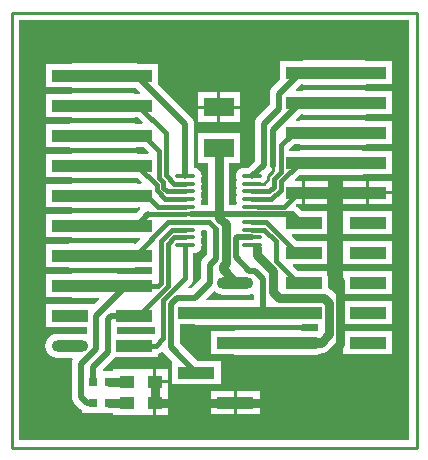
<source format=gtl>
G04 Layer_Physical_Order=1*
G04 Layer_Color=255*
%FSLAX25Y25*%
%MOIN*%
G70*
G01*
G75*
%ADD10R,0.03000X0.03000*%
%ADD11R,0.04921X0.04331*%
%ADD12R,0.12205X0.03937*%
%ADD13O,0.12205X0.03937*%
%ADD14O,0.07087X0.01378*%
%ADD15R,0.10000X0.06000*%
%ADD16C,0.02000*%
%ADD17C,0.01500*%
%ADD18C,0.01000*%
%ADD19C,0.03000*%
%ADD20C,0.04000*%
G36*
X2549Y2549D02*
X132451D01*
Y142451D01*
X2549D01*
Y2549D01*
D02*
G37*
%LPC*%
G36*
X110528Y38969D02*
X126732D01*
Y31032D01*
X110528D01*
Y38969D01*
D02*
G37*
G36*
X48126Y26165D02*
X52087D01*
Y22500D01*
X48126D01*
Y26165D01*
D02*
G37*
G36*
X110528Y48968D02*
X126732D01*
Y41032D01*
X110528D01*
Y48968D01*
D02*
G37*
G36*
Y68968D02*
X126732D01*
Y61032D01*
X110528D01*
Y68968D01*
D02*
G37*
G36*
Y58969D02*
X126732D01*
Y51032D01*
X110528D01*
Y58969D01*
D02*
G37*
G36*
X75000Y14500D02*
X82602D01*
Y11032D01*
X75000D01*
Y14500D01*
D02*
G37*
G36*
X48126D02*
X52087D01*
Y10835D01*
X48126D01*
Y14500D01*
D02*
G37*
G36*
X66398D02*
X74000D01*
Y11032D01*
X66398D01*
Y14500D01*
D02*
G37*
G36*
Y18969D02*
X74000D01*
Y15500D01*
X66398D01*
Y18969D01*
D02*
G37*
G36*
X75000D02*
X82602D01*
Y15500D01*
X75000D01*
Y18969D01*
D02*
G37*
G36*
X110528Y78969D02*
X126732D01*
Y71031D01*
X110528D01*
Y78969D01*
D02*
G37*
G36*
X69500Y113000D02*
X76000D01*
Y108500D01*
X69500D01*
Y113000D01*
D02*
G37*
G36*
X97870Y88968D02*
X105472D01*
Y85500D01*
X97870D01*
Y88968D01*
D02*
G37*
G36*
X110528D02*
X118130D01*
Y85500D01*
X110528D01*
Y88968D01*
D02*
G37*
G36*
X62000Y113000D02*
X68500D01*
Y108500D01*
X62000D01*
Y113000D01*
D02*
G37*
G36*
X97370Y129034D02*
X117630D01*
X118131Y128969D01*
X126732D01*
Y121031D01*
X118131D01*
X117630Y120966D01*
X97370D01*
X96869Y121031D01*
X96311D01*
X94710Y119430D01*
X94901Y118968D01*
X96869D01*
X97370Y119035D01*
X117630D01*
X118131Y118968D01*
X126732D01*
Y111031D01*
X118131D01*
X117630Y110966D01*
X97370D01*
X96869Y111031D01*
X96311D01*
X94710Y109430D01*
X94901Y108968D01*
X95869D01*
X96370Y109035D01*
X117630D01*
X118131Y108968D01*
X126732D01*
Y101031D01*
X118131D01*
X117630Y100965D01*
X96370D01*
X95869Y101031D01*
X93954D01*
X92491Y99569D01*
Y98968D01*
X95869D01*
X96370Y99035D01*
X116630D01*
X117131Y98968D01*
X126732D01*
Y91031D01*
X117131D01*
X116630Y90965D01*
X96370D01*
X95944Y91022D01*
X94353Y89430D01*
X94544Y88968D01*
X96870D01*
Y85000D01*
Y81032D01*
X94802D01*
X94703Y80532D01*
X95162Y80341D01*
X95789Y79860D01*
X96270Y79233D01*
X96380Y78969D01*
X105472D01*
Y71031D01*
X93544D01*
X93353Y70570D01*
X94954Y68968D01*
X105472D01*
Y61032D01*
X93858D01*
X93666Y60570D01*
X95267Y58969D01*
X105472D01*
Y53179D01*
X105765Y53057D01*
X106496Y52496D01*
X108269Y50724D01*
X108830Y49993D01*
X109182Y49141D01*
X109303Y48228D01*
Y37772D01*
X109182Y36859D01*
X108830Y36007D01*
X108269Y35276D01*
X105496Y32504D01*
X104765Y31943D01*
X103914Y31590D01*
X103510Y31537D01*
X103505Y31534D01*
X102540Y31134D01*
X101504Y30997D01*
X96611D01*
X96370Y30966D01*
X74500D01*
X73998Y31032D01*
X66398D01*
Y38969D01*
X73998D01*
X74500Y39035D01*
X96370D01*
X96611Y39003D01*
X101504D01*
X101858Y38956D01*
X102242Y39309D01*
Y41032D01*
X96872D01*
X96370Y40966D01*
X61500D01*
X60998Y41032D01*
X56026D01*
Y34753D01*
X61811Y28969D01*
X69602D01*
Y21032D01*
X53398D01*
Y28823D01*
X50860Y31360D01*
X50860Y31360D01*
X50482Y31853D01*
X50146Y31973D01*
X49852Y31955D01*
X49387Y31598D01*
X48732Y31327D01*
Y30031D01*
X34271D01*
X34140Y29860D01*
X30279Y26000D01*
X30486Y25500D01*
X32271D01*
X32500Y25530D01*
X33913D01*
Y26165D01*
X42665D01*
X43165Y26165D01*
X43335Y26165D01*
X47126D01*
Y22000D01*
X47626D01*
Y21500D01*
X52087D01*
Y17835D01*
Y15500D01*
X47626D01*
Y15000D01*
X47126D01*
Y10835D01*
X43335D01*
X42835Y10835D01*
X42665Y10835D01*
X33913D01*
Y11470D01*
X32500D01*
X32271Y11500D01*
X23500D01*
Y12374D01*
X23487Y12380D01*
X22860Y12860D01*
X20860Y14860D01*
X20380Y15487D01*
X20077Y16217D01*
X19974Y17000D01*
X19974Y17000D01*
Y28000D01*
X19974Y28000D01*
X20077Y28783D01*
X20380Y29513D01*
X20407Y29549D01*
X20186Y29997D01*
X15236D01*
X14200Y30134D01*
X13235Y30533D01*
X12406Y31170D01*
X11770Y31999D01*
X11370Y32964D01*
X11233Y34000D01*
X11370Y35036D01*
X11770Y36001D01*
X12406Y36830D01*
X13235Y37466D01*
X14200Y37866D01*
X15236Y38003D01*
X23504D01*
X24474Y37875D01*
X24678Y37938D01*
X24974Y38137D01*
Y40031D01*
X11268D01*
Y47969D01*
X27472D01*
X27472Y47969D01*
Y47969D01*
X27891Y48170D01*
X29224Y49503D01*
X29033Y49966D01*
X20370D01*
X19869Y50032D01*
X11268D01*
Y57968D01*
X19869D01*
X20370Y58034D01*
X35000D01*
X35502Y57968D01*
X46926D01*
Y60031D01*
X41131D01*
X40630Y59965D01*
X19370D01*
X18869Y60031D01*
X11268D01*
Y67968D01*
X18869D01*
X19370Y68034D01*
X40630D01*
X41056Y67978D01*
X42647Y69570D01*
X42456Y70031D01*
X42131D01*
X41630Y69965D01*
X20370D01*
X19869Y70031D01*
X11268D01*
Y77969D01*
X19869D01*
X20370Y78035D01*
X41385D01*
X42882Y79532D01*
X42675Y80032D01*
X42131D01*
X41630Y79966D01*
X20370D01*
X19869Y80032D01*
X11268D01*
Y87968D01*
X19869D01*
X20370Y88034D01*
X41630D01*
X42131Y87968D01*
X43086D01*
X43277Y88430D01*
X41729Y89978D01*
X41630Y89965D01*
X20370D01*
X19869Y90031D01*
X11268D01*
Y97969D01*
X19869D01*
X20370Y98035D01*
X41630D01*
X42131Y97969D01*
X45456D01*
X45647Y98430D01*
X44046Y100031D01*
X41501D01*
X41000Y99966D01*
X19740D01*
X19239Y100031D01*
X11268D01*
Y107968D01*
X19239D01*
X19740Y108035D01*
X41000D01*
X41502Y107968D01*
X43456D01*
X43647Y108430D01*
X42046Y110031D01*
X41131D01*
X40630Y109966D01*
X20370D01*
X19869Y110031D01*
X11268D01*
Y117968D01*
X19869D01*
X20370Y118035D01*
X40630D01*
X41131Y117968D01*
X42729D01*
X42920Y118430D01*
X41385Y119966D01*
X20370D01*
X19869Y120031D01*
X11268D01*
Y127969D01*
X19869D01*
X20370Y128034D01*
X41630D01*
X42131Y127969D01*
X48732D01*
Y121177D01*
X59919Y109990D01*
X60400Y109363D01*
X60702Y108633D01*
X60805Y107850D01*
Y93205D01*
X61336Y93135D01*
X61990Y92865D01*
X62552Y92434D01*
X62983Y91872D01*
X63254Y91218D01*
X63346Y90516D01*
X63254Y89814D01*
X63014Y89236D01*
X63254Y88659D01*
X63346Y87957D01*
X63254Y87255D01*
X63014Y86677D01*
X63254Y86100D01*
X63346Y85398D01*
X63254Y84696D01*
X63014Y84118D01*
X63254Y83540D01*
X63346Y82839D01*
X63254Y82137D01*
X63014Y81559D01*
X63254Y80981D01*
X63285Y80746D01*
X65470D01*
Y95000D01*
X62000D01*
Y105000D01*
X76000D01*
Y95000D01*
X72530D01*
Y80746D01*
X74715D01*
X74746Y80981D01*
X74986Y81559D01*
X74746Y82137D01*
X74654Y82839D01*
X74746Y83540D01*
X74986Y84118D01*
X74746Y84696D01*
X74654Y85398D01*
X74746Y86100D01*
X74986Y86677D01*
X74746Y87255D01*
X74654Y87957D01*
X74746Y88659D01*
X74986Y89236D01*
X74746Y89814D01*
X74654Y90516D01*
X74746Y91218D01*
X75017Y91872D01*
X75448Y92434D01*
X76010Y92865D01*
X76664Y93135D01*
X77366Y93228D01*
X78653D01*
X80974Y95549D01*
Y108000D01*
X80974Y108000D01*
X81077Y108783D01*
X81379Y109513D01*
X81860Y110140D01*
X85974Y114253D01*
Y118000D01*
X86077Y118783D01*
X86379Y119513D01*
X86860Y120140D01*
X89268Y122547D01*
Y128969D01*
X96869D01*
X97370Y129034D01*
D02*
G37*
G36*
X62000Y118500D02*
X68500D01*
Y114000D01*
X62000D01*
Y118500D01*
D02*
G37*
G36*
X69500D02*
X76000D01*
Y114000D01*
X69500D01*
Y118500D01*
D02*
G37*
G36*
X97870Y84500D02*
X105472D01*
Y81032D01*
X97870D01*
Y84500D01*
D02*
G37*
G36*
X110528D02*
X118130D01*
Y81032D01*
X110528D01*
Y84500D01*
D02*
G37*
G36*
X119130Y88968D02*
X126732D01*
Y85500D01*
X119130D01*
Y88968D01*
D02*
G37*
G36*
Y84500D02*
X126732D01*
Y81032D01*
X119130D01*
Y84500D01*
D02*
G37*
%LPD*%
G36*
X63254Y71900D02*
X63014Y71323D01*
X63254Y70745D01*
X63346Y70043D01*
X63254Y69341D01*
X63014Y68764D01*
X63254Y68186D01*
X63346Y67484D01*
X63254Y66782D01*
X62983Y66128D01*
X62552Y65566D01*
X61990Y65135D01*
X61336Y64864D01*
X60634Y64772D01*
X60553D01*
Y56386D01*
X60459Y55668D01*
X60182Y54999D01*
X59741Y54425D01*
X58804Y53488D01*
X58996Y53026D01*
X59747D01*
X62974Y56253D01*
Y61000D01*
X62974Y61000D01*
X63077Y61783D01*
X63380Y62513D01*
X63860Y63140D01*
X64974Y64253D01*
Y72103D01*
X64690Y72388D01*
X63318D01*
X63254Y71900D01*
D02*
G37*
G36*
X35026Y37969D02*
X47676D01*
Y40031D01*
X35026D01*
Y37969D01*
D02*
G37*
G36*
X64776Y49496D02*
X64967Y49035D01*
X80674D01*
Y51008D01*
X80174Y51342D01*
X79670Y51134D01*
X78634Y50997D01*
X70366D01*
X69330Y51134D01*
X68365Y51534D01*
X67536Y52170D01*
X67454Y52175D01*
X64776Y49496D01*
D02*
G37*
D10*
X27000Y15000D02*
D03*
X32500D02*
D03*
X27000Y22000D02*
D03*
X32500D02*
D03*
D11*
X38374Y15000D02*
D03*
X47626D02*
D03*
X38374Y22000D02*
D03*
X47626D02*
D03*
D12*
X74500Y15000D02*
D03*
X61500Y25000D02*
D03*
X74500Y35000D02*
D03*
X61500Y45000D02*
D03*
X118630Y35000D02*
D03*
Y45000D02*
D03*
Y55000D02*
D03*
Y65000D02*
D03*
Y75000D02*
D03*
Y85000D02*
D03*
Y95000D02*
D03*
Y105000D02*
D03*
Y115000D02*
D03*
Y125000D02*
D03*
X97370D02*
D03*
Y115000D02*
D03*
Y105000D02*
D03*
Y95000D02*
D03*
Y85000D02*
D03*
Y75000D02*
D03*
Y65000D02*
D03*
Y55000D02*
D03*
Y45000D02*
D03*
X40630Y34000D02*
D03*
Y44000D02*
D03*
Y54000D02*
D03*
Y64000D02*
D03*
Y74000D02*
D03*
Y84000D02*
D03*
Y94000D02*
D03*
Y104000D02*
D03*
Y114000D02*
D03*
Y124000D02*
D03*
X19370D02*
D03*
Y114000D02*
D03*
Y104000D02*
D03*
Y94000D02*
D03*
Y84000D02*
D03*
Y74000D02*
D03*
Y64000D02*
D03*
Y54000D02*
D03*
Y44000D02*
D03*
D13*
X74500Y55000D02*
D03*
X97370Y35000D02*
D03*
X19370Y34000D02*
D03*
D14*
X57780Y67484D02*
D03*
Y70043D02*
D03*
Y72602D02*
D03*
Y75161D02*
D03*
Y77720D02*
D03*
Y80279D02*
D03*
Y82839D02*
D03*
Y85398D02*
D03*
Y87957D02*
D03*
Y90516D02*
D03*
X80221Y67484D02*
D03*
Y70043D02*
D03*
Y72602D02*
D03*
Y75161D02*
D03*
Y77720D02*
D03*
Y80279D02*
D03*
Y82839D02*
D03*
Y85398D02*
D03*
Y87957D02*
D03*
Y90516D02*
D03*
D15*
X69000Y100000D02*
D03*
Y113500D02*
D03*
D16*
X74600Y63400D02*
Y69666D01*
X79000Y59000D02*
X74600Y63400D01*
X81000Y59000D02*
X79000D01*
X80221Y70043D02*
X74978D01*
X74600Y69666D01*
X68000Y63000D02*
Y73000D01*
X57780Y107850D02*
X41630Y124000D01*
X57780Y90516D02*
Y107850D01*
X97370Y125000D02*
X96000D01*
X89000Y118000D01*
Y113000D02*
Y118000D01*
Y113000D02*
X84000Y108000D01*
Y94295D02*
Y108000D01*
Y94295D02*
X80221Y90516D01*
X97370Y115000D02*
X96000D01*
X87000Y106000D01*
Y94000D02*
Y106000D01*
X23000Y17000D02*
Y28000D01*
X25000Y15000D02*
X23000Y17000D01*
X27000Y15000D02*
X25000D01*
X28000Y33000D02*
X23000Y28000D01*
X28000Y33000D02*
Y44000D01*
X38000Y54000D02*
X28000Y44000D01*
X40630Y54000D02*
X38000D01*
X40630Y44000D02*
X33000D01*
X32000Y43000D01*
Y32000D02*
Y43000D01*
Y32000D02*
X27000Y27000D01*
Y22000D02*
Y27000D01*
X93650Y77720D02*
X80221D01*
X69000D01*
X84000Y45000D02*
X83700Y45300D01*
Y56300D01*
X81000Y59000D01*
X61500Y25000D02*
X53000Y33500D01*
Y48000D01*
X55000Y50000D02*
X53000Y48000D01*
X61000Y50000D02*
X55000D01*
X66000Y55000D02*
X61000Y50000D01*
X66000Y55000D02*
Y61000D01*
X68000Y63000D02*
X66000Y61000D01*
X69000Y77720D02*
X59780D01*
X45350D02*
X41630Y74000D01*
D17*
X68000Y73000D02*
X66000Y75000D01*
X42000Y114000D02*
X40630D01*
X51300Y104700D02*
X42000Y114000D01*
X51300Y90953D02*
Y104700D01*
X52882Y89370D02*
X51300Y90953D01*
X52882Y89118D02*
Y89370D01*
X54043Y87957D02*
X52882Y89118D01*
X57780Y87957D02*
X54043D01*
X50582Y86670D02*
Y88418D01*
X51855Y85398D02*
X50582Y86670D01*
X57780Y85398D02*
X51855D01*
X50582Y88418D02*
X49000Y90000D01*
Y99000D01*
X44000Y104000D01*
X85863Y85398D02*
X80221D01*
X87418Y86953D02*
X85863Y85398D01*
X87418Y86953D02*
Y89670D01*
X89718Y91970D02*
X87418Y89670D01*
X89718Y91970D02*
Y100718D01*
X94000Y105000D02*
X89718Y100718D01*
X96000Y95000D02*
X89718Y88718D01*
Y86000D02*
Y88718D01*
Y86000D02*
X86556Y82839D01*
X96370Y105000D02*
X94000D01*
X96370Y95000D02*
X96000D01*
X86556Y82839D02*
X80221D01*
X41000Y64000D02*
X40630D01*
X52161Y75161D02*
X41000Y64000D01*
X57780Y75161D02*
X52161D01*
X48747Y54000D02*
X40630D01*
X49700Y54953D02*
X48747Y54000D01*
X49700Y54953D02*
Y68953D01*
X53350Y72602D02*
X49700Y68953D01*
X57780Y72602D02*
X53350D01*
X42000Y44000D02*
X40630D01*
X52000Y54000D02*
X42000Y44000D01*
X52000Y54000D02*
Y68000D01*
X54043Y70043D02*
X52000Y68000D01*
X57780Y70043D02*
X54043D01*
X48000Y34000D02*
X40630D01*
X50450Y36450D02*
X48000Y34000D01*
X50450Y36450D02*
Y49056D01*
X57780Y56386D02*
X50450Y49056D01*
X57780Y56386D02*
Y67484D01*
X95370Y85000D02*
X90650Y80279D01*
X82221D01*
X96370Y75000D02*
X93650Y77720D01*
X96370Y65000D02*
X95000D01*
X84839Y75161D01*
X80221D01*
X88000Y68747D02*
X84145Y72602D01*
X80221D01*
X95313Y55000D02*
X88000Y62313D01*
Y68747D01*
X96370Y55000D02*
X95313D01*
X65839Y75161D02*
X57780D01*
X66000Y75000D02*
X65839Y75161D01*
X57780Y77720D02*
X45350D01*
X57780Y80279D02*
X48720D01*
X45000Y84000D01*
X41630D01*
X44000Y104000D02*
X41630D01*
X57780Y82839D02*
X51161D01*
X48282Y87348D02*
X41630Y94000D01*
X51161Y82839D02*
X48282Y85718D01*
Y87348D01*
D18*
X0Y0D02*
Y145000D01*
X135000D02*
X0D01*
X135000Y0D02*
Y145000D01*
Y0D02*
X0D01*
X87000Y92152D02*
Y94000D01*
Y92152D02*
X85368Y90519D01*
Y89368D02*
Y90519D01*
Y89368D02*
X83957Y87957D01*
X80221D01*
D19*
X69000Y77720D02*
Y100000D01*
X103000Y35000D02*
X99000D01*
X105772Y37772D02*
X103000Y35000D01*
X105772Y37772D02*
Y48228D01*
X109572Y55428D02*
X108000Y57000D01*
X109572Y34572D02*
X90000Y15000D01*
X105772Y48228D02*
X104000Y50000D01*
X109572Y34572D02*
Y55428D01*
X89000Y50000D02*
X87000Y52000D01*
Y59000D02*
X81701Y64299D01*
X87000Y52000D02*
Y59000D01*
X81701Y64299D02*
Y66669D01*
X104000Y50000D02*
X89000D01*
X90000Y15000D02*
X74500D01*
X47626D01*
Y22000D01*
X38374D02*
X32500D01*
X38374Y15000D02*
X32500D01*
X74500Y55000D02*
Y55167D01*
X70300Y59367D01*
Y60633D01*
X71300Y61633D02*
X70300Y60633D01*
X71300Y61633D02*
Y74367D01*
X69000Y76667D02*
Y77720D01*
X71300Y74367D02*
X69000Y76667D01*
D20*
X40630Y114000D02*
X20370D01*
X117630Y125000D02*
X97370D01*
X117630Y115000D02*
X97370D01*
X116630Y85000D02*
X107000D01*
Y58000D02*
Y85000D01*
X108000Y57000D02*
X107000Y58000D01*
X116630Y95000D02*
X96370D01*
X40630Y64000D02*
X19370D01*
X35000Y54000D02*
X20370D01*
X117630Y105000D02*
X96370D01*
X41630Y124000D02*
X20370D01*
X41630Y84000D02*
X20370D01*
X41630Y74000D02*
X20370D01*
X96370Y35000D02*
X74500D01*
X96370Y45000D02*
X84000D01*
X61500D01*
X106000Y85000D02*
X95370D01*
X32000Y94000D02*
X20370D01*
X41630D02*
X32000D01*
X41000Y104000D02*
X19740D01*
M02*

</source>
